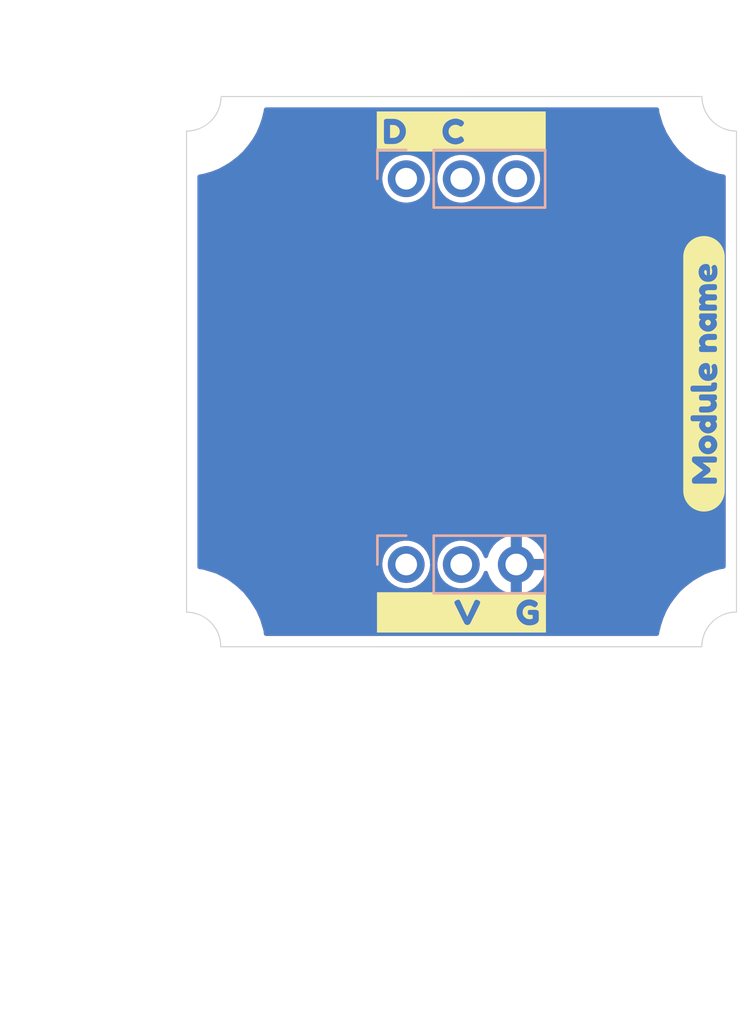
<source format=kicad_pcb>
(kicad_pcb (version 20211014) (generator pcbnew)
  (title_block (title "PRODUCT NAME"))
  (layers (0 "F.Cu" signal) (31 "B.Cu" signal) (34 "B.Paste" user) (35 "F.Paste" user) (36 "B.SilkS" user "B.Silkscreen") (37 "F.SilkS" user "F.Silkscreen") (38 "B.Mask" user) (39 "F.Mask" user) (44 "Edge.Cuts" user))
  (net 0 "")
  (net 1 "GND")
  (net 2 "V")
  (net 3 "D")
  (net 4 "C")
  (footprint "kibuzzard-63E39575" (layer "F.Cu") (at 89.3742 34.6484)
    (fp_text reference "kibuzzard-63E39575" hide)
    (fp_text value "G***" hide)
    (fp_poly (pts (xy -3.567824 -0.926042) (xy -3.898553 -0.926042) (xy -3.898553 0.926042) (xy -3.567824 0.926042) (xy -3.137611 0.926042) (xy -3.137611 0.57785) (xy -3.428124 0.57785) (xy -3.506705 0.567928) (xy -3.548774 0.538163) (xy -3.567824 0.436563) (xy -3.567824 -0.446087) (xy -3.565442 -0.50165) (xy -3.550361 -0.542925) (xy -3.508292 -0.575072) (xy -3.426536 -0.585787) (xy -3.132849 -0.5842) (xy -3.021227 -0.573832) (xy -2.916552 -0.542727) (xy -2.818821 -0.490885) (xy -2.728036 -0.418306) (xy -2.651638 -0.330597) (xy -2.597067 -0.233362) (xy -2.564325 -0.126603) (xy -2.553411 -0.010319) (xy -2.564077 0.106412) (xy -2.596075 0.214511) (xy -2.649405 0.313978) (xy -2.724067 0.404813) (xy -2.81391 0.480516) (xy -2.912781 0.534591) (xy -3.020682 0.567035) (xy -3.137611 0.57785) (xy -3.137611 0.926042) (xy -0.260267 0.926042) (xy -0.260267 0.595313) (xy -0.33607 0.590352) (xy -0.412667 0.575469) (xy -0.490852 0.548878) (xy -0.571417 0.508794) (xy -0.649006 0.456803) (xy -0.718261 0.394494) (xy -0.777594 0.3175) (xy -0.825417 0.221456) (xy -0.856969 0.111323) (xy -0.867486 -0.007937) (xy -0.857167 -0.126008) (xy -0.826211 -0.232569) (xy -0.779181 -0.324644) (xy -0.720642 -0.399256) (xy -0.651785 -0.45978) (xy -0.573799 -0.509587) (xy -0.469906 -0.557213) (xy -0.36566 -0.585788) (xy -0.261061 -0.595313) (xy -0.185853 -0.589558) (xy -0.109455 -0.572294) (xy 0.007226 -0.525463) (xy 0.045326 -0.503238) (xy 0.089776 -0.474662) (xy 0.131051 -0.399256) (xy 0.097714 -0.31115) (xy 0.038976 -0.246856) (xy -0.013411 -0.225425) (xy -0.094374 -0.26035) (xy -0.172161 -0.300831) (xy -0.272174 -0.314325) (xy -0.374567 -0.296466) (xy -0.475374 -0.242887) (xy -0.554749 -0.144462) (xy -0.578561 -0.076795) (xy -0.586499 -0.000794) (xy -0.578561 0.075208) (xy -0.554749 0.142875) (xy -0.473786 0.242888) (xy -0.374964 0.295275) (xy -0.272174 0.312738) (xy -0.179305 0.300038) (xy -0.116599 0.274638) (xy -0.088024 0.254) (xy -0.011824 0.22225) (xy 0.039373 0.244475) (xy 0.094539 0.31115) (xy 0.129464 0.40005) (xy 0.108033 0.455613) (xy 0.058026 0.4953) (xy 0.003258 0.528638) (xy -0.103899 0.569913) (xy -0.183472 0.588963) (xy -0.260267 0.595313) (xy -0.260267 0.926042) (xy 3.567824 0.926042) (xy 3.898553 0.926042) (xy 3.898553 -0.926042) (xy 3.567824 -0.926042) (xy -3.567824 -0.926042)) (layer "F.SilkS") (width 0) (fill solid))
    (fp_poly (pts (xy -3.134436 -0.303212) (xy -3.286836 -0.303212) (xy -3.286836 0.296863) (xy -3.132849 0.296863) (xy -3.024105 0.27563) (xy -2.926474 0.211931) (xy -2.857417 0.116086) (xy -2.834399 -0.001587) (xy -2.856822 -0.119658) (xy -2.924092 -0.216694) (xy -3.021525 -0.281583) (xy -3.134436 -0.303212)) (layer "F.SilkS") (width 0) (fill solid))
  )
  (footprint "kibuzzard-63E392E0" (layer "F.Cu") (at 100.5742 45.8284 90)
    (fp_text reference "kibuzzard-63E392E0" hide)
    (fp_text value "G***" hide)
    (fp_poly (pts (xy 2.220913 0.187325) (xy 2.262188 0.281781) (xy 2.3622 0.32385) (xy 2.459831 0.280987) (xy 2.498725 0.186531) (xy 2.461419 0.090488) (xy 2.361406 0.046037) (xy 2.259806 0.090488) (xy 2.220913 0.187325)) (layer "F.SilkS") (width 0) (fill solid))
    (fp_poly (pts (xy -2.433637 0.282575) (xy -2.333625 0.325438) (xy -2.235994 0.282575) (xy -2.1971 0.188119) (xy -2.234406 0.092075) (xy -2.335212 0.047625) (xy -2.436812 0.091281) (xy -2.474912 0.187325) (xy -2.433637 0.282575)) (layer "F.SilkS") (width 0) (fill solid))
    (fp_poly (pts (xy -3.381375 0.300831) (xy -3.278187 0.339725) (xy -3.173412 0.300037) (xy -3.134122 0.250825) (xy -3.121025 0.182563) (xy -3.133328 0.114697) (xy -3.170237 0.066675) (xy -3.2766 0.028575) (xy -3.382962 0.068263) (xy -3.419872 0.117277) (xy -3.432175 0.184944) (xy -3.419475 0.252413) (xy -3.381375 0.300831)) (layer "F.SilkS") (width 0) (fill solid))
    (fp_poly (pts (xy -5.070475 -0.956204) (xy -5.401204 -0.956204) (xy -5.494928 -0.9516) (xy -5.58775 -0.937831) (xy -5.678776 -0.91503) (xy -5.767128 -0.883417) (xy -5.851956 -0.843297) (xy -5.932443 -0.795055) (xy -6.007814 -0.739156) (xy -6.077343 -0.676138) (xy -6.14036 -0.60661) (xy -6.196259 -0.531239) (xy -6.244501 -0.450752) (xy -6.284622 -0.365923) (xy -6.316234 -0.277571) (xy -6.339035 -0.186546) (xy -6.352804 -0.093724) (xy -6.357408 0) (xy -6.352804 0.093724) (xy -6.339035 0.186546) (xy -6.316234 0.277571) (xy -6.284622 0.365923) (xy -6.244501 0.450752) (xy -6.196259 0.531239) (xy -6.14036 0.60661) (xy -6.077343 0.676138) (xy -6.007814 0.739156) (xy -5.932443 0.795055) (xy -5.851956 0.843297) (xy -5.767128 0.883417) (xy -5.678776 0.91503) (xy -5.58775 0.937831) (xy -5.494928 0.9516) (xy -5.401204 0.956204) (xy -5.070475 0.956204) (xy -3.952875 0.956204) (xy -3.952875 0.60325) (xy -4.0259 0.595313) (xy -4.067175 0.576263) (xy -4.0894 0.544513) (xy -4.097337 0.461963) (xy -4.097337 -0.06985) (xy -4.146153 -0.006152) (xy -4.213225 0.086519) (xy -4.275534 0.173633) (xy -4.310062 0.220663) (xy -4.338637 0.257969) (xy -4.377531 0.286544) (xy -4.444206 0.3048) (xy -4.509294 0.288131) (xy -4.551362 0.255587) (xy -4.564062 0.238125) (xy -4.611291 0.176014) (xy -4.689475 0.069056) (xy -4.761706 -0.030361) (xy -4.791075 -0.06985) (xy -4.791075 0.465137) (xy -4.793456 0.519906) (xy -4.808537 0.560387) (xy -4.8514 0.592534) (xy -4.932362 0.60325) (xy -5.010944 0.592534) (xy -5.053012 0.560387) (xy -5.068094 0.519113) (xy -5.070475 0.461963) (xy -5.070475 -0.4191) (xy -5.068094 -0.473869) (xy -5.053012 -0.515937) (xy -5.01015 -0.546894) (xy -4.929187 -0.557213) (xy -4.855369 -0.546894) (xy -4.814887 -0.525463) (xy -4.805362 -0.515937) (xy -4.445 -0.042862) (xy -4.344225 -0.176022) (xy -4.257802 -0.289751) (xy -4.185729 -0.384048) (xy -4.128008 -0.458915) (xy -4.084637 -0.51435) (xy -4.039195 -0.546497) (xy -3.956844 -0.557213) (xy -3.875683 -0.546497) (xy -3.833812 -0.51435) (xy -3.818731 -0.471488) (xy -3.81635 -0.415925) (xy -3.81635 0.465137) (xy -3.831431 0.552053) (xy -3.876675 0.593725) (xy -3.952875 0.60325) (xy -3.952875 0.956204) (xy -3.2766 0.956204) (xy -3.2766 0.619125) (xy -3.379787 0.606227) (xy -3.4798 0.567531) (xy -3.570486 0.503634) (xy -3.645694 0.415131) (xy -3.696295 0.307777) (xy -3.713162 0.187325) (xy -3.698346 0.067733) (xy -3.653896 -0.037042) (xy -3.579812 -0.127) (xy -3.486679 -0.195792) (xy -3.385079 -0.237067) (xy -3.275012 -0.250825) (xy -3.165122 -0.237155) (xy -3.064051 -0.196144) (xy -2.9718 -0.127794) (xy -2.898599 -0.038276) (xy -2.854678 0.066234) (xy -2.840037 0.185738) (xy -2.857103 0.310158) (xy -2.9083 0.419894) (xy -2.983905 0.508794) (xy -3.074194 0.570706) (xy -3.173611 0.60702) (xy -3.2766 0.619125) (xy -3.2766 0.956204) (xy -2.066131 0.956204) (xy -2.066131 0.60325) (xy -2.152055 0.583803) (xy -2.189162 0.525463) (xy -2.268934 0.582613) (xy -2.3749 0.601663) (xy -2.467328 0.587816) (xy -2.554111 0.546276) (xy -2.63525 0.477044) (xy -2.700514 0.389378) (xy -2.739672 0.292541) (xy -2.752725 0.186531) (xy -2.739584 0.080433) (xy -2.700161 -0.016669) (xy -2.634456 -0.104775) (xy -2.553053 -0.174449) (xy -2.466534 -0.216253) (xy -2.3749 -0.230188) (xy -2.270522 -0.210344) (xy -2.192337 -0.150812) (xy -2.192337 -0.484187) (xy -2.189956 -0.538956) (xy -2.175669 -0.580231) (xy -2.1336 -0.612775) (xy -2.053431 -0.6223) (xy -1.973262 -0.612775) (xy -1.931194 -0.579437) (xy -1.916906 -0.537369) (xy -1.914525 -0.4826) (xy -1.914525 0.465137) (xy -1.916906 0.519906) (xy -1.931987 0.560387) (xy -1.97743 0.592534) (xy -2.066131 0.60325) (xy -2.066131 0.956204) (xy -1.0922 0.956204) (xy -1.0922 0.60325) (xy -1.170384 0.593725) (xy -1.211262 0.56515) (xy -1.227137 0.500063) (xy -1.255712 0.531813) (xy -1.298575 0.566738) (xy -1.41605 0.601663) (xy -1.516856 0.588169) (xy -1.605492 0.547688) (xy -1.681956 0.480219) (xy -1.740605 0.393347) (xy -1.775795 0.294658) (xy -1.787525 0.18415) (xy -1.787525 -0.093663) (xy -1.785144 -0.149225) (xy -1.77165 -0.1905) (xy -1.729581 -0.222647) (xy -1.647825 -0.233363) (xy -1.559719 -0.218281) (xy -1.51765 -0.173037) (xy -1.508125 -0.092075) (xy -1.508125 0.185738) (xy -1.470819 0.287337) (xy -1.370806 0.32385) (xy -1.269206 0.28575) (xy -1.230312 0.185738) (xy -1.230312 -0.09525) (xy -1.227931 -0.150019) (xy -1.21285 -0.192088) (xy -1.171972 -0.223044) (xy -1.090612 -0.233363) (xy -1.010047 -0.222647) (xy -0.968375 -0.1905) (xy -0.954881 -0.148431) (xy -0.9525 -0.093663) (xy -0.9525 0.468313) (xy -0.954881 0.521494) (xy -0.969962 0.561975) (xy -1.012428 0.592931) (xy -1.0922 0.60325) (xy -1.0922 0.956204) (xy -0.4953 0.956204) (xy -0.4953 0.605631) (xy -0.6223 0.598488) (xy -0.723106 0.570309) (xy -0.78105 0.517525) (xy -0.814387 0.416719) (xy -0.8255 0.269875) (xy -0.8255 -0.485775) (xy -0.823119 -0.540544) (xy -0.809625 -0.582613) (xy -0.767556 -0.614759) (xy -0.6858 -0.625475) (xy -0.607219 -0.614759) (xy -0.56515 -0.582613) (xy -0.550069 -0.53975) (xy -0.547687 -0.484187) (xy -0.547687 0.250825) (xy -0.538162 0.323056) (xy -0.496094 0.338138) (xy -0.452437 0.340519) (xy -0.42545 0.354012) (xy -0.3937 0.466725) (xy -0.401637 0.547291) (xy -0.42545 0.588963) (xy -0.4953 0.605631) (xy -0.4953 0.956204) (xy 0.12065 0.956204) (xy 0.12065 0.625475) (xy 0.009724 0.615355) (xy -0.088106 0.584994) (xy -0.169267 0.537964) (xy -0.230187 0.477837) (xy -0.28575 0.388761) (xy -0.319087 0.292982) (xy -0.3302 0.1905) (xy -0.315824 0.066058) (xy -0.272697 -0.040569) (xy -0.200819 -0.129381) (xy -0.107421 -0.195968) (xy 0.000265 -0.23592) (xy 0.122238 -0.249238) (xy 0.225227 -0.239514) (xy 0.313531 -0.210344) (xy 0.387152 -0.161727) (xy 0.446088 -0.093663) (xy 0.486569 -0.007342) (xy 0.500063 0.086519) (xy 0.487958 0.17145) (xy 0.451644 0.230981) (xy 0.344488 0.277813) (xy -0.03175 0.277813) (xy 0.020638 0.352425) (xy 0.125413 0.382588) (xy 0.207566 0.377825) (xy 0.269875 0.363538) (xy 0.287338 0.357188) (xy 0.350838 0.339725) (xy 0.43815 0.411163) (xy 0.458788 0.484187) (xy 0.437654 0.546001) (xy 0.374253 0.590153) (xy 0.268585 0.616645) (xy 0.12065 0.625475) (xy 0.12065 0.956204) (xy 1.700213 0.956204) (xy 1.700213 0.60325) (xy 1.611313 0.588566) (xy 1.570038 0.544513) (xy 1.560513 0.46355) (xy 1.560513 0.18415) (xy 1.523206 0.08255) (xy 1.423194 0.046037) (xy 1.321594 0.084138) (xy 1.2827 0.18415) (xy 1.2827 0.465137) (xy 1.280319 0.519906) (xy 1.265238 0.560387) (xy 1.224359 0.592534) (xy 1.143 0.60325) (xy 1.062434 0.592534) (xy 1.020763 0.560387) (xy 1.007269 0.518319) (xy 1.004888 0.46355) (xy 1.004888 -0.098425) (xy 1.007269 -0.151606) (xy 1.02235 -0.192088) (xy 1.064022 -0.221853) (xy 1.144588 -0.231775) (xy 1.222772 -0.222647) (xy 1.26365 -0.195263) (xy 1.279525 -0.130175) (xy 1.3081 -0.161925) (xy 1.350963 -0.195263) (xy 1.470025 -0.231775) (xy 1.569949 -0.218281) (xy 1.658056 -0.1778) (xy 1.734344 -0.110331) (xy 1.792993 -0.02346) (xy 1.828183 0.07523) (xy 1.839913 0.185738) (xy 1.839913 0.465137) (xy 1.837531 0.519906) (xy 1.824038 0.560387) (xy 1.781969 0.592534) (xy 1.700213 0.60325) (xy 1.700213 0.956204) (xy 2.661444 0.956204) (xy 2.661444 0.601663) (xy 2.545556 0.580231) (xy 2.511425 0.517525) (xy 2.433042 0.580628) (xy 2.315369 0.601663) (xy 2.226028 0.587728) (xy 2.141097 0.545924) (xy 2.060575 0.47625) (xy 1.995311 0.388144) (xy 1.956153 0.291042) (xy 1.9431 0.184944) (xy 1.956241 0.078934) (xy 1.995664 -0.017903) (xy 2.061369 -0.105569) (xy 2.142772 -0.174801) (xy 2.229291 -0.216341) (xy 2.320925 -0.230188) (xy 2.41935 -0.211138) (xy 2.481263 -0.175419) (xy 2.509838 -0.142875) (xy 2.545953 -0.20955) (xy 2.63525 -0.231775) (xy 2.727325 -0.22225) (xy 2.769394 -0.188912) (xy 2.783681 -0.146844) (xy 2.786063 -0.092075) (xy 2.786063 0.46355) (xy 2.783681 0.518319) (xy 2.770188 0.560387) (xy 2.731889 0.591344) (xy 2.661444 0.601663) (xy 2.661444 0.956204) (xy 3.997325 0.956204) (xy 3.997325 0.604838) (xy 3.916759 0.593725) (xy 3.875088 0.560387) (xy 3.861594 0.518319) (xy 3.859213 0.46355) (xy 3.859213 0.185738) (xy 3.834606 0.082153) (xy 3.760788 0.047625) (xy 3.685381 0.084138) (xy 3.665538 0.187325) (xy 3.665538 0.465137) (xy 3.663156 0.5207) (xy 3.648075 0.561975) (xy 3.606006 0.594122) (xy 3.52425 0.604838) (xy 3.443684 0.593725) (xy 3.402013 0.560387) (xy 3.388519 0.518319) (xy 3.386138 0.46355) (xy 3.386138 0.185738) (xy 3.361531 0.082153) (xy 3.287713 0.047625) (xy 3.216275 0.082153) (xy 3.192463 0.185738) (xy 3.192463 0.466725) (xy 3.190081 0.521494) (xy 3.175 0.563563) (xy 3.132138 0.594519) (xy 3.051175 0.604838) (xy 2.970609 0.594122) (xy 2.928938 0.561975) (xy 2.915444 0.5207) (xy 2.913063 0.465137) (xy 2.913063 -0.093663) (xy 2.915444 -0.148431) (xy 2.930525 -0.188912) (xy 2.970609 -0.221059) (xy 3.043238 -0.231775) (xy 3.159125 -0.2032) (xy 3.186113 -0.12065) (xy 3.268266 -0.205184) (xy 3.3655 -0.233363) (xy 3.464278 -0.218017) (xy 3.544711 -0.171979) (xy 3.6068 -0.09525) (xy 3.648869 -0.145256) (xy 3.72745 -0.202406) (xy 3.838575 -0.233363) (xy 3.955256 -0.208955) (xy 4.0513 -0.135731) (xy 4.098925 -0.056444) (xy 4.1275 0.051241) (xy 4.137025 0.187325) (xy 4.137025 0.465137) (xy 4.134644 0.519906) (xy 4.119563 0.561975) (xy 4.078684 0.594122) (xy 3.997325 0.604838) (xy 3.997325 0.956204) (xy 4.691063 0.956204) (xy 4.691063 0.625475) (xy 4.580136 0.615355) (xy 4.482306 0.584994) (xy 4.401145 0.537964) (xy 4.340225 0.477837) (xy 4.284663 0.388761) (xy 4.251325 0.292982) (xy 4.240213 0.1905) (xy 4.254588 0.066058) (xy 4.297715 -0.040569) (xy 4.369594 -0.129381) (xy 4.462992 -0.195968) (xy 4.570677 -0.23592) (xy 4.69265 -0.249238) (xy 4.795639 -0.239514) (xy 4.883944 -0.210344) (xy 4.957564 -0.161727) (xy 5.0165 -0.093663) (xy 5.056981 -0.007342) (xy 5.070475 0.086519) (xy 5.05837 0.17145) (xy 5.022056 0.230981) (xy 4.9149 0.277813) (xy 4.538663 0.277813) (xy 4.59105 0.352425) (xy 4.695825 0.382588) (xy 4.777978 0.377825) (xy 4.840288 0.363538) (xy 4.85775 0.357188) (xy 4.92125 0.339725) (xy 5.008563 0.411163) (xy 5.0292 0.484187) (xy 5.008066 0.546001) (xy 4.944666 0.590153) (xy 4.838998 0.616645) (xy 4.691063 0.625475) (xy 4.691063 0.956204) (xy 5.070475 0.956204) (xy 5.401204 0.956204) (xy 5.494929 0.9516) (xy 5.58775 0.937831) (xy 5.678776 0.91503) (xy 5.767128 0.883417) (xy 5.851956 0.843297) (xy 5.932443 0.795055) (xy 6.007814 0.739156) (xy 6.077343 0.676138) (xy 6.14036 0.606609) (xy 6.196259 0.531239) (xy 6.244501 0.450751) (xy 6.284622 0.365923) (xy 6.316234 0.277571) (xy 6.339035 0.186546) (xy 6.352804 0.093724) (xy 6.357408 0) (xy 6.352804 -0.093724) (xy 6.339035 -0.186546) (xy 6.316234 -0.277571) (xy 6.284622 -0.365923) (xy 6.244501 -0.450751) (xy 6.196259 -0.531239) (xy 6.14036 -0.606609) (xy 6.077343 -0.676138) (xy 6.007814 -0.739156) (xy 5.932443 -0.795055) (xy 5.851956 -0.843297) (xy 5.767128 -0.883417) (xy 5.678776 -0.91503) (xy 5.58775 -0.937831) (xy 5.494929 -0.9516) (xy 5.401204 -0.956204) (xy 5.070475 -0.956204) (xy -5.070475 -0.956204)) (layer "F.SilkS") (width 0) (fill solid))
    (fp_poly (pts (xy 4.735513 0.13335) (xy 4.795838 0.08255) (xy 4.768056 0.023812) (xy 4.688681 0.001587) (xy 4.586288 0.043656) (xy 4.535488 0.13335) (xy 4.735513 0.13335)) (layer "F.SilkS") (width 0) (fill solid))
    (fp_poly (pts (xy 0.1651 0.13335) (xy 0.225425 0.08255) (xy 0.197644 0.023812) (xy 0.118269 0.001587) (xy 0.015875 0.043656) (xy -0.034925 0.13335) (xy 0.1651 0.13335)) (layer "F.SilkS") (width 0) (fill solid))
  )
  (footprint "kibuzzard-63E394FC" (layer "F.Cu") (at 89.3842 56.8384)
    (fp_text reference "kibuzzard-63E394FC" hide)
    (fp_text value "G***" hide)
    (fp_poly (pts (xy -3.567824 -0.930804) (xy -3.898553 -0.930804) (xy -3.898553 0.930804) (xy -3.567824 0.930804) (xy 0.278524 0.930804) (xy 0.278524 0.582613) (xy 0.262649 0.582613) (xy 0.187242 0.561181) (xy 0.134061 0.504825) (xy -0.304089 -0.384175) (xy -0.327901 -0.460375) (xy -0.304486 -0.513556) (xy -0.234239 -0.561975) (xy -0.15407 -0.588963) (xy -0.112001 -0.582613) (xy -0.085014 -0.560388) (xy -0.05882 -0.518319) (xy -0.037587 -0.473869) (xy 0.002299 -0.386556) (xy 0.053297 -0.274439) (xy 0.107867 -0.155575) (xy 0.162636 -0.036711) (xy 0.21423 0.075406) (xy 0.253322 0.160139) (xy 0.270586 0.19685) (xy 0.588086 -0.498475) (xy 0.610311 -0.5461) (xy 0.680161 -0.588963) (xy 0.773824 -0.561975) (xy 0.84407 -0.513556) (xy 0.867486 -0.460375) (xy 0.843674 -0.384175) (xy 0.405524 0.504825) (xy 0.352342 0.561181) (xy 0.278524 0.582613) (xy 0.278524 0.930804) (xy 3.123324 0.930804) (xy 3.123324 0.600075) (xy 3.008924 0.588913) (xy 2.902264 0.555427) (xy 2.803343 0.499616) (xy 2.712161 0.421481) (xy 2.635763 0.327571) (xy 2.581192 0.224433) (xy 2.54845 0.112068) (xy 2.537536 -0.009525) (xy 2.548649 -0.130522) (xy 2.581986 -0.241102) (xy 2.637549 -0.341263) (xy 2.715336 -0.431006) (xy 2.808205 -0.504974) (xy 2.909011 -0.557808) (xy 3.017755 -0.589508) (xy 3.134436 -0.600075) (xy 3.257026 -0.586317) (xy 3.375031 -0.545042) (xy 3.488449 -0.47625) (xy 3.531311 -0.405606) (xy 3.494799 -0.315913) (xy 3.435664 -0.252809) (xy 3.382086 -0.231775) (xy 3.285249 -0.275431) (xy 3.212224 -0.308173) (xy 3.126499 -0.319087) (xy 3.012595 -0.297855) (xy 2.912186 -0.234156) (xy 2.841939 -0.136128) (xy 2.818524 -0.011906) (xy 2.829107 0.075053) (xy 2.860857 0.152841) (xy 2.913774 0.221456) (xy 3.015374 0.293489) (xy 3.129674 0.3175) (xy 3.21262 0.310356) (xy 3.286836 0.288925) (xy 3.286836 0.115888) (xy 3.161424 0.115888) (xy 3.091574 0.103188) (xy 3.064586 0.065881) (xy 3.058236 -0.000794) (xy 3.06538 -0.068263) (xy 3.091574 -0.103187) (xy 3.167774 -0.117475) (xy 3.447174 -0.117475) (xy 3.551949 -0.073025) (xy 3.567824 0.015875) (xy 3.567824 0.365125) (xy 3.523374 0.461963) (xy 3.448364 0.522387) (xy 3.356686 0.565547) (xy 3.248339 0.591443) (xy 3.123324 0.600075) (xy 3.123324 0.930804) (xy 3.567824 0.930804) (xy 3.898553 0.930804) (xy 3.898553 -0.930804) (xy 3.567824 -0.930804) (xy -3.567824 -0.930804)) (layer "F.SilkS") (width 0) (fill solid))
  )
  (footprint "Connector_PinHeader_2.54mm:PinHeader_1x03_P2.54mm_Vertical" (layer "B.Cu") (at 86.8342 36.8284 -90)
    (property "Reference" "J1")
    (property "Value" "UP (A)")
    (fp_text reference "J1" hide)
    (fp_text value "UP")
    (fp_line (start -1.33 1.33) (end 0 1.33) (layer "B.SilkS") (width 0.12))
    (fp_line (start -1.33 -1.27) (end 1.33 -1.27) (layer "B.SilkS") (width 0.12))
    (fp_line (start -1.33 -6.41) (end 1.33 -6.41) (layer "B.SilkS") (width 0.12))
    (fp_line (start -1.33 -1.27) (end -1.33 -6.41) (layer "B.SilkS") (width 0.12))
    (fp_line (start -1.33 0) (end -1.33 1.33) (layer "B.SilkS") (width 0.12))
    (fp_line (start 1.33 -1.27) (end 1.33 -6.41) (layer "B.SilkS") (width 0.12))
    (pad "1" thru_hole oval (at 0 0 270) (size 1.7 1.7) (drill 1) (layers *.Cu *.Mask) (net 3 "D"))
    (pad "2" thru_hole oval (at 0 -2.54 270) (size 1.7 1.7) (drill 1) (layers *.Cu *.Mask) (net 4 "C"))
    (pad "3" thru_hole oval (at 0 -5.08 270) (size 1.7 1.7) (drill 1) (layers *.Cu *.Mask))
  )
  (footprint "Connector_PinHeader_2.54mm:PinHeader_1x03_P2.54mm_Vertical" (layer "B.Cu") (at 86.8342 54.6284 -90)
    (property "Reference" "J2")
    (property "Value" "DOWN (A)")
    (fp_text reference "J2" hide)
    (fp_text value "DOWN")
    (fp_line (start -1.33 -6.41) (end 1.33 -6.41) (layer "B.SilkS") (width 0.12))
    (fp_line (start -1.33 0) (end -1.33 1.33) (layer "B.SilkS") (width 0.12))
    (fp_line (start -1.33 1.33) (end 0 1.33) (layer "B.SilkS") (width 0.12))
    (fp_line (start -1.33 -1.27) (end -1.33 -6.41) (layer "B.SilkS") (width 0.12))
    (fp_line (start -1.33 -1.27) (end 1.33 -1.27) (layer "B.SilkS") (width 0.12))
    (fp_line (start 1.33 -1.27) (end 1.33 -6.41) (layer "B.SilkS") (width 0.12))
    (pad "1" thru_hole oval (at 0 0 270) (size 1.7 1.7) (drill 1) (layers *.Cu *.Mask))
    (pad "2" thru_hole oval (at 0 -2.54 270) (size 1.7 1.7) (drill 1) (layers *.Cu *.Mask) (net 2 "V"))
    (pad "3" thru_hole oval (at 0 -5.08 270) (size 1.7 1.7) (drill 1) (layers *.Cu *.Mask) (net 1 "GND"))
  )
  (gr_line (start 102.0754 34.6286) (end 102.0754 56.8234) (layer "Edge.Cuts") (width 0.05))
  (gr_line (start 76.6992 34.6284) (end 76.6992 56.829712) (layer "Edge.Cuts") (width 0.05))
  (gr_line (start 78.2742 58.4234) (end 100.4752 58.4236) (layer "Edge.Cuts") (width 0.05))
  (gr_arc (start 100.4752 58.4236) (mid 100.943888 57.292088) (end 102.0754 56.8234) (layer "Edge.Cuts") (width 0.05))
  (gr_arc (start 78.292888 33.034712) (mid 77.824209 34.159717) (end 76.6992 34.6284) (layer "Edge.Cuts") (width 0.05))
  (gr_arc (start 102.0754 34.6286) (mid 100.950383 34.159926) (end 100.481712 33.034912) (layer "Edge.Cuts") (width 0.05))
  (gr_line (start 100.481712 33.034912) (end 78.292888 33.034712) (layer "Edge.Cuts") (width 0.05))
  (gr_arc (start 76.6992 56.829712) (mid 77.817618 57.299535) (end 78.2742 58.4234) (layer "Edge.Cuts") (width 0.05))
  (gr_text "" (at 69.2742 75.4784 180) (layer "F.SilkS") (effects (font (size 1.27 1.27) (thickness 0.2))))
  (zone (net 0) (net_name "") (layers F&B.Cu) (connect_pads (clearance 0)) (min_thickness 0.254)
    (keepout (tracks not_allowed) (vias not_allowed) (pads allowed) (copperpour not_allowed) (footprints allowed))
    (fill (thermal_gap 0.508) (thermal_bridge_width 0.508))
    (polygon (pts (xy 76.6696 54.7654) (xy 76.9744 54.7908) (xy 77.4824 54.867) (xy 78.0666 55.0448) (xy 78.6 55.3242) (xy 78.981 55.6036) (xy 79.3366 55.9338) (xy 79.616 56.2894) (xy 79.9208 56.772) (xy 80.0986 57.1784) (xy 80.251 57.6864) (xy 80.3018 58.169) (xy 80.3272 58.4484) (xy 76.6696 58.4484)))
  )
  (zone (net 0) (net_name "") (layers F&B.Cu) (connect_pads (clearance 0)) (min_thickness 0.254)
    (keepout (tracks not_allowed) (vias not_allowed) (pads allowed) (copperpour not_allowed) (footprints allowed))
    (fill (thermal_gap 0.508) (thermal_bridge_width 0.508))
    (polygon (pts (xy 102.1004 58.437) (xy 98.4428 58.437) (xy 98.4682 58.056) (xy 98.519 57.7258) (xy 98.5952 57.421) (xy 98.6968 57.1162) (xy 98.8492 56.7606) (xy 99.027 56.4558) (xy 99.2302 56.1764) (xy 99.4842 55.8716) (xy 99.7382 55.643) (xy 100.0684 55.389) (xy 100.3224 55.2366) (xy 100.6018 55.0842) (xy 100.932 54.9572) (xy 101.2876 54.8556) (xy 101.7194 54.7794) (xy 102.1004 54.754)))
  )
  (zone (net 0) (net_name "") (layers F&B.Cu) (connect_pads (clearance 0)) (min_thickness 0.254)
    (keepout (tracks not_allowed) (vias not_allowed) (pads allowed) (copperpour not_allowed) (footprints allowed))
    (fill (thermal_gap 0.508) (thermal_bridge_width 0.508))
    (polygon (pts (xy 76.6728 33.020287) (xy 80.3304 33.020287) (xy 80.305 33.401287) (xy 80.2542 33.731487) (xy 80.178 34.036287) (xy 80.0764 34.341087) (xy 79.924 34.696687) (xy 79.7462 35.001487) (xy 79.543 35.280887) (xy 79.289 35.585687) (xy 79.035 35.814287) (xy 78.7048 36.068287) (xy 78.4508 36.220687) (xy 78.1714 36.373087) (xy 77.8412 36.500087) (xy 77.4856 36.601687) (xy 77.0538 36.677887) (xy 76.6728 36.703287)))
  )
  (zone (net 0) (net_name "") (layers F&B.Cu) (connect_pads (clearance 0)) (min_thickness 0.254)
    (keepout (tracks not_allowed) (vias not_allowed) (pads allowed) (copperpour not_allowed) (footprints allowed))
    (fill (thermal_gap 0.508) (thermal_bridge_width 0.508))
    (polygon (pts (xy 102.1004 36.704512) (xy 101.7956 36.679112) (xy 101.2876 36.602912) (xy 100.7034 36.425112) (xy 100.17 36.145712) (xy 99.789 35.866312) (xy 99.4334 35.536112) (xy 99.154 35.180512) (xy 98.8492 34.697912) (xy 98.6714 34.291512) (xy 98.519 33.783512) (xy 98.4682 33.300912) (xy 98.4428 33.021512) (xy 102.1004 33.021512)))
  )
  (zone (net 1) (net_name "GND") (layers F&B.Cu) (connect_pads (clearance 0)) (min_thickness 0.2) (fill yes (thermal_gap 0.508) (thermal_bridge_width 0.508) (smoothing fillet) (radius 0.5))
    (polygon (pts (xy 102.8542 58.9784) (xy 75.9542 58.9784) (xy 75.9542 32.3784) (xy 102.8542 32.3784)))
  )
)
</source>
